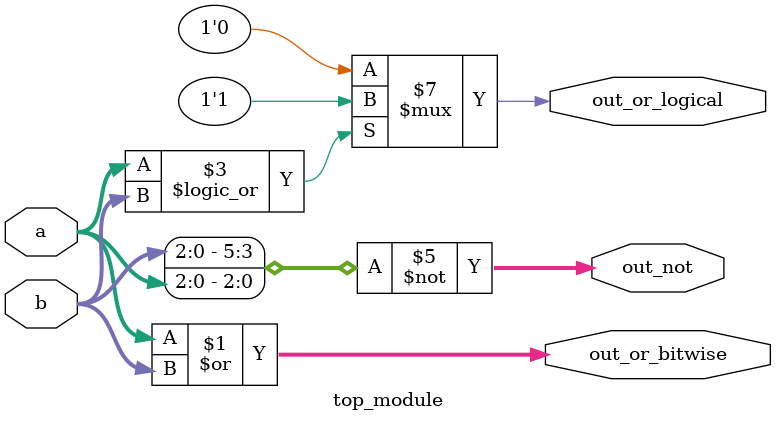
<source format=sv>
module top_module(
    input [2:0] a,
    input [2:0] b,
    output reg [2:0] out_or_bitwise,
    output reg out_or_logical,
    output reg [5:0] out_not
);
    // Bitwise OR operation
    assign out_or_bitwise = a | b;

    // Logical OR operation
    always @*
    begin
        if (a || b)
            out_or_logical = 1;
        else
            out_or_logical = 0;
    end

    // Bitwise NOT operation
    always @*
    begin
        out_not = ~{b, a};
    end
endmodule

</source>
